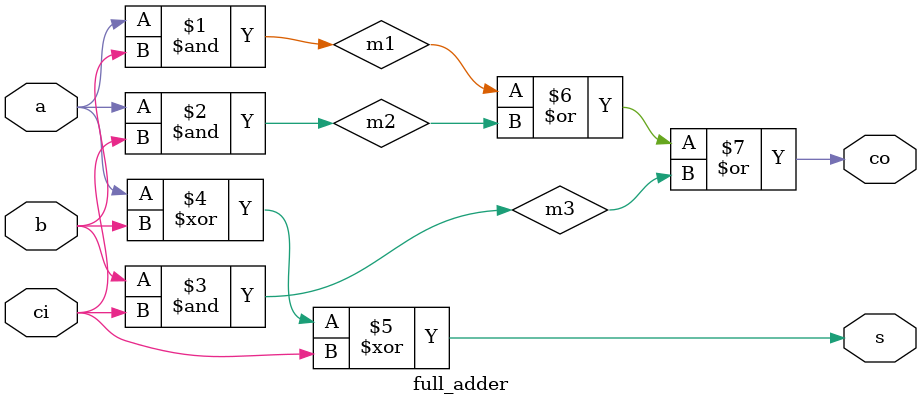
<source format=v>
module full_adder(a,b,s,ci,co);
input a,b,ci;
output s,co;
wire m1,m2,m3;
and (m1,a,b),(m2,a,ci),(m3,b,ci);
xor (s,a,b,ci);
or (co,m1,m2,m3);
endmodule
</source>
